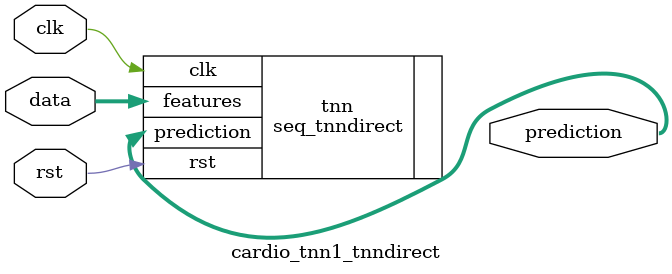
<source format=v>












module cardio_tnn1_tnndirect #(

parameter FEAT_CNT = 19,
parameter HIDDEN_CNT = 40,
parameter FEAT_BITS = 4,
parameter CLASS_CNT = 3,
parameter TEST_CNT = 1000




  ) (
  input clk,
  input rst,
  input [FEAT_CNT*FEAT_BITS-1:0] data,
  output [$clog2(CLASS_CNT)-1:0] prediction
  );

  seq_tnndirect #(
      .FEAT_CNT(FEAT_CNT),.FEAT_BITS(FEAT_BITS),.HIDDEN_CNT(HIDDEN_CNT),.CLASS_CNT(CLASS_CNT),
  .SPARSE_VALS(760'b1000001000111100001100110000100110000010000000000100010100100000000110101010110100000000000000100001000000001000110000110100000100001000110000001010101010001011011101100100000000101101001110000001000000000000001010000000001000100000101011100100010001100010000000101000000000001000010000010000010010001011000100010000000000001000000000000000100001101001000001000000001010011010011010000000011000101000010100010000101010000000000010010101000001010000011000000000001010000000000000000001011000000001011100000000010101010000001001000100000000010110101000000000010010100100001000000001000010001010001000000000000010000100010000100010100000001001000000010000100100101000101001000100000001010100000001100000001001000000010001101101100010000000001001000100000000110110),
  .MASK(760'b1100101000111101011111110000101110101011000000110100111100100000011110111010111100110000010010100001100000101010111100111101000110111100110000101110111011111111111101111100101010101101011111111111100000001000101011000010001100110000111011110110010101100011101000101010000010101000010010010001011011001011000110010010011010101000000000101000100011101001000101011000011011111110011011100100111110111100010100010101101010000000100111110101001001011010111010100001001111110101110000000001011100000011011100110010111111011000001001001110000110010110101001010010011111100110101000100001110111011110011001100100000010010110110100110110111100001001001011010100110110111101101111110101000101110101010001110101011001010110010001111101100110000101001101100100000000110110),
  .NONZERO_CNT(640'h0b0b090909070c0a110c09080a0906090804090b0d08080a0b040d08080b0a070b090c0c0a0a0807),
  .SPARSE_VALS2(39'b101110010111100011111111011101111110001),  // Bits of not-zeroes
  .COL_INDICES(312'h26211f1b130f0d0b080705040225211e1c1b0f0c090706050201252421201c1b1a18110c0a0301), // Column of non-zeros
  .ROW_PTRS(32'h271a0d00) // Column of non-zeros // Start indices per row
      ) tnn (
    .clk(clk),
    .rst(rst),
    .features(data),
    .prediction(prediction)
  );

endmodule

</source>
